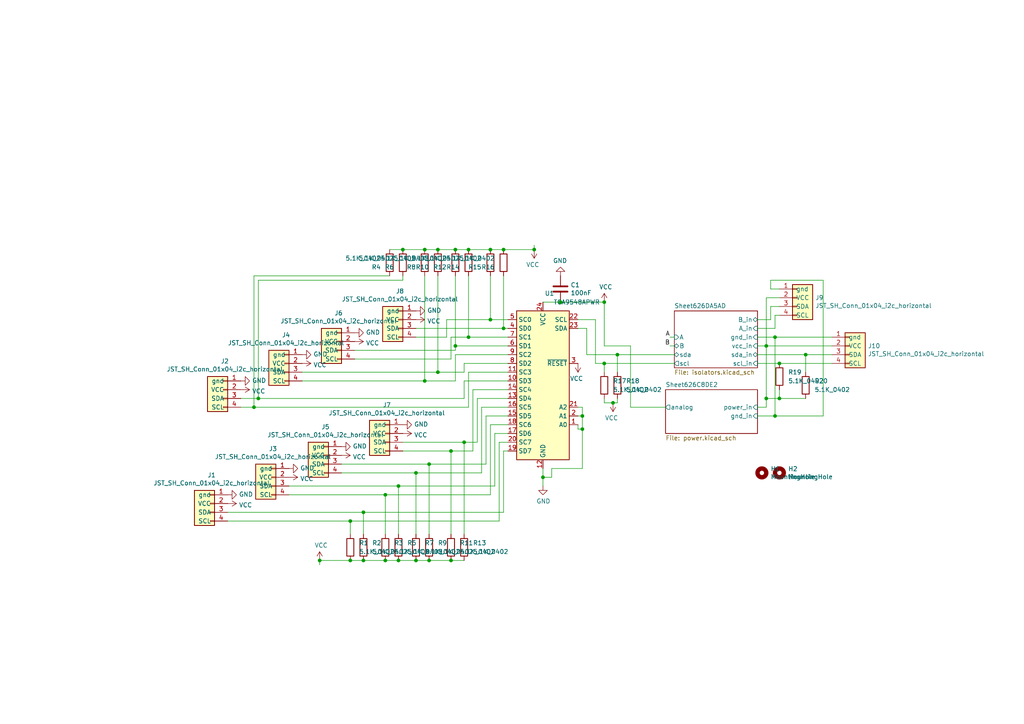
<source format=kicad_sch>
(kicad_sch (version 20211123) (generator eeschema)
  (paper "A4")
  (lib_symbols
    (symbol "0JLC-6:100nF" (pin_numbers hide) (pin_names (offset 0.254))
      (property "Reference" "C" (at 0.635 2.54 0))
      (property "Value" "100nF" (at 0.635 -2.54 0))
      (symbol "100nF_0_1"
        (polyline (pts (xy -2.032 -0.762) (xy 2.032 -0.762)) (stroke (width 0.508)))
        (polyline (pts (xy -2.032 0.762) (xy 2.032 0.762)) (stroke (width 0.508)))
      )
      (symbol "100nF_1_1"
        (pin passive line (at 0 3.81 270) (length 2.794) (name "~") (number "1"))
        (pin passive line (at 0 -3.81 90) (length 2.794) (name "~") (number "2"))
      )
    )
    (symbol "0JLC-6:5.1K_0402" (pin_numbers hide) (pin_names (offset 0))
      (property "Reference" "R" (at 2.032 0 90))
      (property "Value" "5.1K_0402" (at 0 0 90))
      (symbol "5.1K_0402_0_1"
        (rectangle (start -1.016 -2.54) (end 1.016 2.54) (stroke (width 0.254)))
      )
      (symbol "5.1K_0402_1_1"
        (pin passive line (at 0 3.81 270) (length 1.27) (name "~") (number "1"))
        (pin passive line (at 0 -3.81 90) (length 1.27) (name "~") (number "2"))
      )
    )
    (symbol "0JLC-6:JST_SH_Conn_01x04_i2c_horizontal" (pin_names (offset 1.016))
      (property "Reference" "J" (at 0 5.08 0))
      (property "Value" "JST_SH_Conn_01x04_i2c_horizontal" (at 0 -7.62 0))
      (symbol "JST_SH_Conn_01x04_i2c_horizontal_1_1"
        (rectangle (start -1.27 -4.953) (end 0 -5.207) (stroke (width 0.1524)))
        (rectangle (start -1.27 -2.413) (end 0 -2.667) (stroke (width 0.1524)))
        (rectangle (start -1.27 0.127) (end 0 -0.127) (stroke (width 0.1524)))
        (rectangle (start -1.27 2.667) (end 0 2.413) (stroke (width 0.1524)))
        (rectangle (start -1.27 3.81) (end 4.572 -6.35) (stroke (width 0.254)) (fill (type background)))
        (pin passive line (at -5.08 2.54 0) (length 3.81) (name "gnd") (number "1"))
        (pin passive line (at -5.08 0 0) (length 3.81) (name "VCC") (number "2"))
        (pin passive line (at -5.08 -2.54 0) (length 3.81) (name "SDA") (number "3"))
        (pin passive line (at -5.08 -5.08 0) (length 3.81) (name "SCL") (number "4"))
      )
    )
    (symbol "Interface_Expansion:TCA9548APWR"
      (property "Reference" "U" (at -7.62 21.59 0))
      (property "Value" "TCA9548APWR" (at 1.016 21.59 0))
      (symbol "TCA9548APWR_0_1"
        (rectangle (start -7.62 20.32) (end 7.62 -22.86) (stroke (width 0.254)) (fill (type background)))
      )
      (symbol "TCA9548APWR_1_1"
        (pin input line (at -10.16 -12.7 0) (length 2.54) (name "A0") (number "1"))
        (pin bidirectional line (at 10.16 0 180) (length 2.54) (name "SD3") (number "10"))
        (pin output line (at 10.16 2.54 180) (length 2.54) (name "SC3") (number "11"))
        (pin power_in line (at 0 -25.4 90) (length 2.54) (name "GND") (number "12"))
        (pin bidirectional line (at 10.16 -5.08 180) (length 2.54) (name "SD4") (number "13"))
        (pin output line (at 10.16 -2.54 180) (length 2.54) (name "SC4") (number "14"))
        (pin bidirectional line (at 10.16 -10.16 180) (length 2.54) (name "SD5") (number "15"))
        (pin output line (at 10.16 -7.62 180) (length 2.54) (name "SC5") (number "16"))
        (pin bidirectional line (at 10.16 -15.24 180) (length 2.54) (name "SD6") (number "17"))
        (pin output line (at 10.16 -12.7 180) (length 2.54) (name "SC6") (number "18"))
        (pin bidirectional line (at 10.16 -20.32 180) (length 2.54) (name "SD7") (number "19"))
        (pin input line (at -10.16 -10.16 0) (length 2.54) (name "A1") (number "2"))
        (pin output line (at 10.16 -17.78 180) (length 2.54) (name "SC7") (number "20"))
        (pin input line (at -10.16 -7.62 0) (length 2.54) (name "A2") (number "21"))
        (pin input line (at -10.16 17.78 0) (length 2.54) (name "SCL") (number "22"))
        (pin bidirectional line (at -10.16 15.24 0) (length 2.54) (name "SDA") (number "23"))
        (pin power_in line (at 0 22.86 270) (length 2.54) (name "VCC") (number "24"))
        (pin input line (at -10.16 5.08 0) (length 2.54) (name "~{RESET}") (number "3"))
        (pin bidirectional line (at 10.16 15.24 180) (length 2.54) (name "SD0") (number "4"))
        (pin output line (at 10.16 17.78 180) (length 2.54) (name "SC0") (number "5"))
        (pin bidirectional line (at 10.16 10.16 180) (length 2.54) (name "SD1") (number "6"))
        (pin output line (at 10.16 12.7 180) (length 2.54) (name "SC1") (number "7"))
        (pin bidirectional line (at 10.16 5.08 180) (length 2.54) (name "SD2") (number "8"))
        (pin output line (at 10.16 7.62 180) (length 2.54) (name "SC2") (number "9"))
      )
    )
    (symbol "Mechanical:MountingHole" (pin_names (offset 1.016))
      (property "Reference" "H" (at 0 5.08 0))
      (property "Value" "MountingHole" (at 0 3.175 0))
      (symbol "MountingHole_0_1"
        (circle (center 0 0) (radius 1.27) (stroke (width 1.27)))
      )
    )
    (symbol "power:GND" (power) (pin_names (offset 0))
      (property "Value" "GND" (at 0 -3.81 0))
      (symbol "GND_0_1"
        (polyline (pts (xy 0 0) (xy 0 -1.27) (xy 1.27 -1.27) (xy 0 -2.54) (xy -1.27 -1.27) (xy 0 -1.27)))
      )
      (symbol "GND_1_1"
        (pin power_in line (at 0 0 270) (length 0) hide (name "GND") (number "1"))
      )
    )
    (symbol "power:VCC" (power) (pin_names (offset 0))
      (property "Value" "VCC" (at 0 3.81 0))
      (symbol "VCC_0_1"
        (polyline (pts (xy -0.762 1.27) (xy 0 2.54)))
        (polyline (pts (xy 0 0) (xy 0 2.54)))
        (polyline (pts (xy 0 2.54) (xy 0.762 1.27)))
      )
      (symbol "VCC_1_1"
        (pin power_in line (at 0 0 90) (length 0) hide (name "VCC") (number "1"))
      )
    )
  )
  (junction (at 74.93 115.57))
  (junction (at 115.57 140.97))
  (junction (at 116.84 72.39))
  (junction (at 120.65 162.56))
  (junction (at 111.76 143.51))
  (junction (at 135.89 97.79))
  (junction (at 226.06 105.41))
  (junction (at 154.94 72.39))
  (junction (at 132.08 100.33))
  (junction (at 130.81 162.56))
  (junction (at 132.08 72.39))
  (junction (at 233.68 102.87))
  (junction (at 175.26 87.63))
  (junction (at 105.41 148.59))
  (junction (at 222.25 115.57))
  (junction (at 124.46 162.56))
  (junction (at 222.25 100.33))
  (junction (at 146.05 95.25))
  (junction (at 142.24 92.71))
  (junction (at 177.8 116.84))
  (junction (at 124.46 134.62))
  (junction (at 175.26 105.41))
  (junction (at 168.91 124.46))
  (junction (at 142.24 72.39))
  (junction (at 115.57 162.56))
  (junction (at 162.56 87.63))
  (junction (at 226.06 115.57))
  (junction (at 73.66 118.11))
  (junction (at 111.76 162.56))
  (junction (at 135.89 72.39))
  (junction (at 101.6 151.13))
  (junction (at 168.91 120.65))
  (junction (at 123.19 72.39))
  (junction (at 179.07 102.87))
  (junction (at 92.71 162.56))
  (junction (at 123.19 110.49))
  (junction (at 120.65 137.16))
  (junction (at 134.62 128.27))
  (junction (at 105.41 162.56))
  (junction (at 130.81 130.81))
  (junction (at 101.6 162.56))
  (junction (at 127 72.39))
  (junction (at 224.79 97.79))
  (junction (at 224.79 120.65))
  (junction (at 127 107.95))
  (junction (at 157.48 138.43))
  (junction (at 146.05 72.39))
  (wire (pts (xy 135.89 107.95) (xy 135.89 118.11)))
  (wire (pts (xy 132.08 72.39) (xy 127 72.39)))
  (wire (pts (xy 179.07 115.57) (xy 179.07 116.84)))
  (wire (pts (xy 222.25 115.57) (xy 226.06 115.57)))
  (wire (pts (xy 92.71 162.56) (xy 92.71 163.83)))
  (wire (pts (xy 175.26 87.63) (xy 175.26 100.33)))
  (wire (pts (xy 222.25 100.33) (xy 241.3 100.33)))
  (wire (pts (xy 102.87 101.6) (xy 132.08 101.6)))
  (wire (pts (xy 238.76 81.28) (xy 238.76 120.65)))
  (wire (pts (xy 146.05 95.25) (xy 147.32 95.25)))
  (wire (pts (xy 182.88 100.33) (xy 182.88 118.11)))
  (wire (pts (xy 157.48 138.43) (xy 157.48 140.97)))
  (wire (pts (xy 115.57 162.56) (xy 120.65 162.56)))
  (wire (pts (xy 146.05 130.81) (xy 147.32 130.81)))
  (wire (pts (xy 132.08 101.6) (xy 132.08 100.33)))
  (wire (pts (xy 195.58 97.79) (xy 194.31 97.79)))
  (wire (pts (xy 175.26 115.57) (xy 175.26 116.84)))
  (wire (pts (xy 175.26 105.41) (xy 195.58 105.41)))
  (wire (pts (xy 222.25 100.33) (xy 219.71 100.33)))
  (wire (pts (xy 105.41 162.56) (xy 111.76 162.56)))
  (wire (pts (xy 146.05 80.01) (xy 146.05 95.25)))
  (wire (pts (xy 226.06 83.82) (xy 223.52 83.82)))
  (wire (pts (xy 116.84 81.28) (xy 74.93 81.28)))
  (wire (pts (xy 124.46 134.62) (xy 140.97 134.62)))
  (wire (pts (xy 222.25 100.33) (xy 222.25 115.57)))
  (wire (pts (xy 223.52 83.82) (xy 223.52 81.28)))
  (wire (pts (xy 66.04 151.13) (xy 101.6 151.13)))
  (wire (pts (xy 170.18 95.25) (xy 170.18 102.87)))
  (wire (pts (xy 99.06 134.62) (xy 124.46 134.62)))
  (wire (pts (xy 83.82 140.97) (xy 115.57 140.97)))
  (wire (pts (xy 170.18 102.87) (xy 179.07 102.87)))
  (wire (pts (xy 134.62 105.41) (xy 147.32 105.41)))
  (wire (pts (xy 134.62 110.49) (xy 147.32 110.49)))
  (wire (pts (xy 224.79 97.79) (xy 241.3 97.79)))
  (wire (pts (xy 135.89 107.95) (xy 147.32 107.95)))
  (wire (pts (xy 130.81 97.79) (xy 135.89 97.79)))
  (wire (pts (xy 226.06 105.41) (xy 219.71 105.41)))
  (wire (pts (xy 120.65 137.16) (xy 120.65 154.94)))
  (wire (pts (xy 142.24 123.19) (xy 142.24 143.51)))
  (wire (pts (xy 87.63 107.95) (xy 127 107.95)))
  (wire (pts (xy 154.94 72.39) (xy 154.94 71.12)))
  (wire (pts (xy 167.64 124.46) (xy 167.64 123.19)))
  (wire (pts (xy 223.52 81.28) (xy 238.76 81.28)))
  (wire (pts (xy 143.51 125.73) (xy 147.32 125.73)))
  (wire (pts (xy 223.52 88.9) (xy 223.52 92.71)))
  (wire (pts (xy 167.64 120.65) (xy 168.91 120.65)))
  (wire (pts (xy 179.07 102.87) (xy 195.58 102.87)))
  (wire (pts (xy 224.79 120.65) (xy 224.79 97.79)))
  (wire (pts (xy 124.46 134.62) (xy 124.46 154.94)))
  (wire (pts (xy 135.89 80.01) (xy 135.89 97.79)))
  (wire (pts (xy 222.25 86.36) (xy 222.25 100.33)))
  (wire (pts (xy 172.72 92.71) (xy 172.72 105.41)))
  (wire (pts (xy 177.8 116.84) (xy 175.26 116.84)))
  (wire (pts (xy 115.57 140.97) (xy 143.51 140.97)))
  (wire (pts (xy 143.51 140.97) (xy 143.51 125.73)))
  (wire (pts (xy 160.02 135.89) (xy 168.91 135.89)))
  (wire (pts (xy 69.85 118.11) (xy 73.66 118.11)))
  (wire (pts (xy 142.24 72.39) (xy 135.89 72.39)))
  (wire (pts (xy 226.06 86.36) (xy 222.25 86.36)))
  (wire (pts (xy 168.91 135.89) (xy 168.91 124.46)))
  (wire (pts (xy 130.81 97.79) (xy 130.81 104.14)))
  (wire (pts (xy 116.84 130.81) (xy 130.81 130.81)))
  (wire (pts (xy 233.68 102.87) (xy 233.68 107.95)))
  (wire (pts (xy 129.54 97.79) (xy 129.54 92.71)))
  (wire (pts (xy 123.19 72.39) (xy 116.84 72.39)))
  (wire (pts (xy 233.68 102.87) (xy 241.3 102.87)))
  (wire (pts (xy 168.91 120.65) (xy 168.91 124.46)))
  (wire (pts (xy 127 72.39) (xy 123.19 72.39)))
  (wire (pts (xy 73.66 118.11) (xy 135.89 118.11)))
  (wire (pts (xy 127 80.01) (xy 127 107.95)))
  (wire (pts (xy 132.08 102.87) (xy 147.32 102.87)))
  (wire (pts (xy 195.58 100.33) (xy 194.31 100.33)))
  (wire (pts (xy 226.06 113.03) (xy 226.06 115.57)))
  (wire (pts (xy 226.06 115.57) (xy 233.68 115.57)))
  (wire (pts (xy 101.6 151.13) (xy 144.78 151.13)))
  (wire (pts (xy 74.93 81.28) (xy 74.93 115.57)))
  (wire (pts (xy 144.78 128.27) (xy 144.78 151.13)))
  (wire (pts (xy 120.65 162.56) (xy 124.46 162.56)))
  (wire (pts (xy 219.71 102.87) (xy 233.68 102.87)))
  (wire (pts (xy 116.84 128.27) (xy 134.62 128.27)))
  (wire (pts (xy 142.24 92.71) (xy 147.32 92.71)))
  (wire (pts (xy 124.46 162.56) (xy 130.81 162.56)))
  (wire (pts (xy 132.08 102.87) (xy 132.08 110.49)))
  (wire (pts (xy 120.65 95.25) (xy 146.05 95.25)))
  (wire (pts (xy 160.02 138.43) (xy 157.48 138.43)))
  (wire (pts (xy 130.81 130.81) (xy 137.16 130.81)))
  (wire (pts (xy 167.64 118.11) (xy 168.91 118.11)))
  (wire (pts (xy 167.64 92.71) (xy 172.72 92.71)))
  (wire (pts (xy 105.41 148.59) (xy 105.41 154.94)))
  (wire (pts (xy 160.02 135.89) (xy 160.02 138.43)))
  (wire (pts (xy 115.57 140.97) (xy 115.57 154.94)))
  (wire (pts (xy 140.97 120.65) (xy 147.32 120.65)))
  (wire (pts (xy 179.07 116.84) (xy 177.8 116.84)))
  (wire (pts (xy 238.76 120.65) (xy 224.79 120.65)))
  (wire (pts (xy 139.7 118.11) (xy 147.32 118.11)))
  (wire (pts (xy 134.62 128.27) (xy 138.43 128.27)))
  (wire (pts (xy 105.41 148.59) (xy 146.05 148.59)))
  (wire (pts (xy 132.08 100.33) (xy 147.32 100.33)))
  (wire (pts (xy 113.03 80.01) (xy 73.66 80.01)))
  (wire (pts (xy 157.48 135.89) (xy 157.48 138.43)))
  (wire (pts (xy 123.19 80.01) (xy 123.19 110.49)))
  (wire (pts (xy 138.43 115.57) (xy 147.32 115.57)))
  (wire (pts (xy 146.05 148.59) (xy 146.05 130.81)))
  (wire (pts (xy 179.07 102.87) (xy 179.07 107.95)))
  (wire (pts (xy 101.6 151.13) (xy 101.6 154.94)))
  (wire (pts (xy 175.26 100.33) (xy 182.88 100.33)))
  (wire (pts (xy 140.97 134.62) (xy 140.97 120.65)))
  (wire (pts (xy 73.66 80.01) (xy 73.66 118.11)))
  (wire (pts (xy 182.88 118.11) (xy 193.04 118.11)))
  (wire (pts (xy 219.71 95.25) (xy 224.79 95.25)))
  (wire (pts (xy 162.56 87.63) (xy 175.26 87.63)))
  (wire (pts (xy 226.06 105.41) (xy 241.3 105.41)))
  (wire (pts (xy 111.76 162.56) (xy 115.57 162.56)))
  (wire (pts (xy 137.16 113.03) (xy 147.32 113.03)))
  (wire (pts (xy 134.62 115.57) (xy 134.62 110.49)))
  (wire (pts (xy 147.32 128.27) (xy 144.78 128.27)))
  (wire (pts (xy 92.71 162.56) (xy 101.6 162.56)))
  (wire (pts (xy 219.71 97.79) (xy 224.79 97.79)))
  (wire (pts (xy 129.54 92.71) (xy 142.24 92.71)))
  (wire (pts (xy 74.93 115.57) (xy 134.62 115.57)))
  (wire (pts (xy 66.04 148.59) (xy 105.41 148.59)))
  (wire (pts (xy 101.6 162.56) (xy 105.41 162.56)))
  (wire (pts (xy 120.65 97.79) (xy 129.54 97.79)))
  (wire (pts (xy 157.48 87.63) (xy 162.56 87.63)))
  (wire (pts (xy 69.85 115.57) (xy 74.93 115.57)))
  (wire (pts (xy 175.26 105.41) (xy 175.26 107.95)))
  (wire (pts (xy 137.16 113.03) (xy 137.16 130.81)))
  (wire (pts (xy 132.08 80.01) (xy 132.08 100.33)))
  (wire (pts (xy 222.25 118.11) (xy 219.71 118.11)))
  (wire (pts (xy 138.43 128.27) (xy 138.43 115.57)))
  (wire (pts (xy 222.25 115.57) (xy 222.25 118.11)))
  (wire (pts (xy 120.65 137.16) (xy 139.7 137.16)))
  (wire (pts (xy 130.81 130.81) (xy 130.81 154.94)))
  (wire (pts (xy 146.05 72.39) (xy 142.24 72.39)))
  (wire (pts (xy 116.84 80.01) (xy 116.84 81.28)))
  (wire (pts (xy 226.06 91.44) (xy 224.79 91.44)))
  (wire (pts (xy 135.89 72.39) (xy 132.08 72.39)))
  (wire (pts (xy 130.81 162.56) (xy 134.62 162.56)))
  (wire (pts (xy 134.62 105.41) (xy 134.62 107.95)))
  (wire (pts (xy 224.79 91.44) (xy 224.79 95.25)))
  (wire (pts (xy 167.64 95.25) (xy 170.18 95.25)))
  (wire (pts (xy 135.89 97.79) (xy 147.32 97.79)))
  (wire (pts (xy 130.81 104.14) (xy 102.87 104.14)))
  (wire (pts (xy 168.91 124.46) (xy 167.64 124.46)))
  (wire (pts (xy 99.06 137.16) (xy 120.65 137.16)))
  (wire (pts (xy 154.94 72.39) (xy 146.05 72.39)))
  (wire (pts (xy 142.24 80.01) (xy 142.24 92.71)))
  (wire (pts (xy 223.52 92.71) (xy 219.71 92.71)))
  (wire (pts (xy 111.76 143.51) (xy 111.76 154.94)))
  (wire (pts (xy 219.71 120.65) (xy 224.79 120.65)))
  (wire (pts (xy 142.24 123.19) (xy 147.32 123.19)))
  (wire (pts (xy 226.06 88.9) (xy 223.52 88.9)))
  (wire (pts (xy 172.72 105.41) (xy 175.26 105.41)))
  (wire (pts (xy 127 107.95) (xy 134.62 107.95)))
  (wire (pts (xy 134.62 128.27) (xy 134.62 154.94)))
  (wire (pts (xy 116.84 72.39) (xy 113.03 72.39)))
  (wire (pts (xy 139.7 118.11) (xy 139.7 137.16)))
  (wire (pts (xy 87.63 110.49) (xy 123.19 110.49)))
  (wire (pts (xy 168.91 118.11) (xy 168.91 120.65)))
  (wire (pts (xy 111.76 143.51) (xy 142.24 143.51)))
  (wire (pts (xy 123.19 110.49) (xy 132.08 110.49)))
  (wire (pts (xy 83.82 143.51) (xy 111.76 143.51)))
  (label "B" (at 194.31 100.33 180))
  (label "A" (at 194.31 97.79 180))
  (symbol (lib_id "0JLC-6:100nF") (at 162.56 83.82 0) (unit 1)
    (property "Reference" "C1" (at 165.481 82.6516 0) (effects (justify left)))
    (property "Value" "100nF" (at 165.481 84.963 0) (effects (justify left)))
    (property "Footprint" "Capacitor_SMD:C_0603_1608Metric_Pad1.05x0.95mm_HandSolder" (effects hide))
    (property "LCSC" "C14663" (effects hide))
    (property "MPN" "CC0603KRX7R9BB104" (effects hide))
  )
  (symbol (lib_id "power:VCC") (at 175.26 87.63 0) (unit 1)
    (property "Reference" "#PWR022" (effects hide))
    (property "Value" "VCC" (at 175.6918 83.2358 0))
  )
  (symbol (lib_id "power:GND") (at 162.56 80.01 180) (unit 1)
    (property "Reference" "#PWR020" (effects hide))
    (property "Value" "GND" (at 162.433 75.6158 0))
  )
  (symbol (lib_id "power:GND") (at 157.48 140.97 0) (unit 1)
    (property "Reference" "#PWR019" (effects hide))
    (property "Value" "GND" (at 157.607 145.3642 0))
  )
  (symbol (lib_id "0JLC-6:JST_SH_Conn_01x04_i2c_horizontal") (at 246.38 100.33 0) (unit 1)
    (property "Reference" "J10" (at 251.714 100.33 0) (effects (justify left)))
    (property "Value" "JST_SH_Conn_01x04_i2c_horizontal" (at 251.714 102.6414 0) (effects (justify left)))
    (property "Footprint" "Connector_JST:JST_SH_SM04B-SRSS-TB_1x04-1MP_P1.00mm_Horizontal" (effects hide))
    (property "LCSC" "C371571" (effects hide))
    (property "MPN" "A1001WR-S" (effects hide))
  )
  (symbol (lib_id "0JLC-6:JST_SH_Conn_01x04_i2c_horizontal") (at 115.57 92.71 0) (mirror y) (unit 1)
    (property "Reference" "J8" (at 116.0018 84.455 0))
    (property "Value" "JST_SH_Conn_01x04_i2c_horizontal" (at 116.0018 86.7664 0))
    (property "Footprint" "Connector_JST:JST_SH_SM04B-SRSS-TB_1x04-1MP_P1.00mm_Horizontal" (effects hide))
    (property "LCSC" "C371571" (effects hide))
    (property "MPN" "A1001WR-S" (effects hide))
  )
  (symbol (lib_id "0JLC-6:JST_SH_Conn_01x04_i2c_horizontal") (at 97.79 99.06 0) (mirror y) (unit 1)
    (property "Reference" "J6" (at 98.2218 90.805 0))
    (property "Value" "JST_SH_Conn_01x04_i2c_horizontal" (at 98.2218 93.1164 0))
    (property "Footprint" "Connector_JST:JST_SH_SM04B-SRSS-TB_1x04-1MP_P1.00mm_Horizontal" (effects hide))
    (property "LCSC" "C371571" (effects hide))
    (property "MPN" "A1001WR-S" (effects hide))
  )
  (symbol (lib_id "0JLC-6:JST_SH_Conn_01x04_i2c_horizontal") (at 82.55 105.41 0) (mirror y) (unit 1)
    (property "Reference" "J4" (at 82.9818 97.155 0))
    (property "Value" "JST_SH_Conn_01x04_i2c_horizontal" (at 82.9818 99.4664 0))
    (property "Footprint" "Connector_JST:JST_SH_SM04B-SRSS-TB_1x04-1MP_P1.00mm_Horizontal" (effects hide))
    (property "LCSC" "C371571" (effects hide))
    (property "MPN" "A1001WR-S" (effects hide))
  )
  (symbol (lib_id "0JLC-6:JST_SH_Conn_01x04_i2c_horizontal") (at 64.77 113.03 0) (mirror y) (unit 1)
    (property "Reference" "J2" (at 65.2018 104.775 0))
    (property "Value" "JST_SH_Conn_01x04_i2c_horizontal" (at 65.2018 107.0864 0))
    (property "Footprint" "Connector_JST:JST_SH_SM04B-SRSS-TB_1x04-1MP_P1.00mm_Horizontal" (effects hide))
    (property "LCSC" "C371571" (effects hide))
    (property "MPN" "A1001WR-S" (effects hide))
  )
  (symbol (lib_id "power:GND") (at 120.65 90.17 90) (unit 1)
    (property "Reference" "#PWR016" (effects hide))
    (property "Value" "GND" (at 123.9012 90.043 90) (effects (justify right)))
  )
  (symbol (lib_id "power:GND") (at 102.87 96.52 90) (unit 1)
    (property "Reference" "#PWR012" (effects hide))
    (property "Value" "GND" (at 106.1212 96.393 90) (effects (justify right)))
  )
  (symbol (lib_id "power:GND") (at 87.63 102.87 90) (unit 1)
    (property "Reference" "#PWR07" (effects hide))
    (property "Value" "GND" (at 90.8812 102.743 90) (effects (justify right)))
  )
  (symbol (lib_id "power:GND") (at 69.85 110.49 90) (unit 1)
    (property "Reference" "#PWR03" (effects hide))
    (property "Value" "GND" (at 73.1012 110.363 90) (effects (justify right)))
  )
  (symbol (lib_id "power:VCC") (at 120.65 92.71 270) (unit 1)
    (property "Reference" "#PWR017" (effects hide))
    (property "Value" "VCC" (at 123.9012 93.1418 90) (effects (justify left)))
  )
  (symbol (lib_id "power:VCC") (at 102.87 99.06 270) (unit 1)
    (property "Reference" "#PWR013" (effects hide))
    (property "Value" "VCC" (at 106.1212 99.4918 90) (effects (justify left)))
  )
  (symbol (lib_id "power:VCC") (at 87.63 105.41 270) (unit 1)
    (property "Reference" "#PWR08" (effects hide))
    (property "Value" "VCC" (at 90.8812 105.8418 90) (effects (justify left)))
  )
  (symbol (lib_id "power:VCC") (at 69.85 113.03 270) (unit 1)
    (property "Reference" "#PWR04" (effects hide))
    (property "Value" "VCC" (at 73.1012 113.4618 90) (effects (justify left)))
  )
  (symbol (lib_id "0JLC-6:JST_SH_Conn_01x04_i2c_horizontal") (at 231.14 86.36 0) (unit 1)
    (property "Reference" "J9" (at 236.474 86.36 0) (effects (justify left)))
    (property "Value" "JST_SH_Conn_01x04_i2c_horizontal" (at 236.474 88.6714 0) (effects (justify left)))
    (property "Footprint" "Connector_JST:JST_SH_SM04B-SRSS-TB_1x04-1MP_P1.00mm_Horizontal" (effects hide))
    (property "LCSC" "C371571" (effects hide))
    (property "MPN" "A1001WR-S" (effects hide))
  )
  (symbol (lib_id "Mechanical:MountingHole") (at 226.06 137.16 0) (unit 1)
    (property "Reference" "H2" (at 228.6 135.9916 0) (effects (justify left)))
    (property "Value" "MountingHole" (at 228.6 138.303 0) (effects (justify left)))
    (property "Footprint" "MountingHole:MountingHole_2.7mm_M2.5_Pad" (effects hide))
  )
  (symbol (lib_id "Mechanical:MountingHole") (at 220.98 137.16 0) (unit 1)
    (property "Reference" "H1" (at 223.52 135.9916 0) (effects (justify left)))
    (property "Value" "MountingHole" (at 223.52 138.303 0) (effects (justify left)))
    (property "Footprint" "MountingHole:MountingHole_2.7mm_M2.5_Pad" (effects hide))
  )
  (symbol (lib_id "0JLC-6:5.1K_0402") (at 134.62 158.75 0) (unit 1)
    (property "Reference" "R13" (at 137.16 157.4799 0) (effects (justify left)))
    (property "Value" "5.1K_0402" (at 137.16 160.0199 0) (effects (justify left)))
    (property "Footprint" "Resistor_SMD:R_0402_1005Metric" (effects hide))
    (property "LCSC" "C25905" (effects hide))
    (property "MPN" "0402WGF5101TCE" (effects hide))
  )
  (symbol (lib_id "0JLC-6:5.1K_0402") (at 105.41 158.75 0) (unit 1)
    (property "Reference" "R2" (at 107.95 157.4799 0) (effects (justify left)))
    (property "Value" "5.1K_0402" (at 107.95 160.0199 0) (effects (justify left)))
    (property "Footprint" "Resistor_SMD:R_0402_1005Metric" (effects hide))
    (property "LCSC" "C25905" (effects hide))
    (property "MPN" "0402WGF5101TCE" (effects hide))
  )
  (symbol (lib_id "power:VCC") (at 83.82 138.43 270) (unit 1)
    (property "Reference" "#PWR06" (effects hide))
    (property "Value" "VCC" (at 87.0712 138.8618 90) (effects (justify left)))
  )
  (symbol (lib_id "power:GND") (at 83.82 135.89 90) (unit 1)
    (property "Reference" "#PWR05" (effects hide))
    (property "Value" "GND" (at 87.0712 135.763 90) (effects (justify right)))
  )
  (symbol (lib_id "power:VCC") (at 92.71 162.56 0) (unit 1)
    (property "Reference" "#PWR09" (effects hide))
    (property "Value" "VCC" (at 93.1418 158.1658 0))
  )
  (symbol (lib_id "0JLC-6:5.1K_0402") (at 226.06 109.22 0) (unit 1)
    (property "Reference" "R19" (at 228.6 107.9499 0) (effects (justify left)))
    (property "Value" "5.1K_0402" (at 228.6 110.4899 0) (effects (justify left)))
    (property "Footprint" "Resistor_SMD:R_0402_1005Metric" (effects hide))
    (property "LCSC" "C25905" (effects hide))
    (property "MPN" "0402WGF5101TCE" (effects hide))
  )
  (symbol (lib_id "0JLC-6:5.1K_0402") (at 132.08 76.2 180) (unit 1)
    (property "Reference" "R12" (at 129.54 77.4701 0) (effects (justify left)))
    (property "Value" "5.1K_0402" (at 129.54 74.9301 0) (effects (justify left)))
    (property "Footprint" "Resistor_SMD:R_0402_1005Metric" (effects hide))
    (property "LCSC" "C25905" (effects hide))
    (property "MPN" "0402WGF5101TCE" (effects hide))
  )
  (symbol (lib_id "power:GND") (at 66.04 143.51 90) (unit 1)
    (property "Reference" "#PWR01" (effects hide))
    (property "Value" "GND" (at 69.2912 143.383 90) (effects (justify right)))
  )
  (symbol (lib_id "0JLC-6:5.1K_0402") (at 111.76 158.75 0) (unit 1)
    (property "Reference" "R3" (at 114.3 157.4799 0) (effects (justify left)))
    (property "Value" "5.1K_0402" (at 114.3 160.0199 0) (effects (justify left)))
    (property "Footprint" "Resistor_SMD:R_0402_1005Metric" (effects hide))
    (property "LCSC" "C25905" (effects hide))
    (property "MPN" "0402WGF5101TCE" (effects hide))
  )
  (symbol (lib_id "0JLC-6:5.1K_0402") (at 233.68 111.76 0) (unit 1)
    (property "Reference" "R20" (at 236.22 110.4899 0) (effects (justify left)))
    (property "Value" "5.1K_0402" (at 236.22 113.0299 0) (effects (justify left)))
    (property "Footprint" "Resistor_SMD:R_0402_1005Metric" (effects hide))
    (property "LCSC" "C25905" (effects hide))
    (property "MPN" "0402WGF5101TCE" (effects hide))
  )
  (symbol (lib_id "0JLC-6:5.1K_0402") (at 124.46 158.75 0) (unit 1)
    (property "Reference" "R9" (at 127 157.4799 0) (effects (justify left)))
    (property "Value" "5.1K_0402" (at 127 160.0199 0) (effects (justify left)))
    (property "Footprint" "Resistor_SMD:R_0402_1005Metric" (effects hide))
    (property "LCSC" "C25905" (effects hide))
    (property "MPN" "0402WGF5101TCE" (effects hide))
  )
  (symbol (lib_id "0JLC-6:JST_SH_Conn_01x04_i2c_horizontal") (at 93.98 132.08 0) (mirror y) (unit 1)
    (property "Reference" "J5" (at 94.4118 123.825 0))
    (property "Value" "JST_SH_Conn_01x04_i2c_horizontal" (at 94.4118 126.1364 0))
    (property "Footprint" "Connector_JST:JST_SH_SM04B-SRSS-TB_1x04-1MP_P1.00mm_Horizontal" (effects hide))
    (property "LCSC" "C371571" (effects hide))
    (property "MPN" "A1001WR-S" (effects hide))
  )
  (symbol (lib_id "0JLC-6:JST_SH_Conn_01x04_i2c_horizontal") (at 78.74 138.43 0) (mirror y) (unit 1)
    (property "Reference" "J3" (at 79.1718 130.175 0))
    (property "Value" "JST_SH_Conn_01x04_i2c_horizontal" (at 79.1718 132.4864 0))
    (property "Footprint" "Connector_JST:JST_SH_SM04B-SRSS-TB_1x04-1MP_P1.00mm_Horizontal" (effects hide))
    (property "LCSC" "C371571" (effects hide))
    (property "MPN" "A1001WR-S" (effects hide))
  )
  (symbol (lib_id "power:VCC") (at 177.8 116.84 180) (unit 1)
    (property "Reference" "#PWR023" (effects hide))
    (property "Value" "VCC" (at 177.3682 121.2342 0))
  )
  (symbol (lib_id "0JLC-6:5.1K_0402") (at 113.03 76.2 180) (unit 1)
    (property "Reference" "R4" (at 110.49 77.4701 0) (effects (justify left)))
    (property "Value" "5.1K_0402" (at 110.49 74.9301 0) (effects (justify left)))
    (property "Footprint" "Resistor_SMD:R_0402_1005Metric" (effects hide))
    (property "LCSC" "C25905" (effects hide))
    (property "MPN" "0402WGF5101TCE" (effects hide))
  )
  (symbol (lib_id "0JLC-6:5.1K_0402") (at 120.65 158.75 0) (unit 1)
    (property "Reference" "R7" (at 123.19 157.4799 0) (effects (justify left)))
    (property "Value" "5.1K_0402" (at 123.19 160.0199 0) (effects (justify left)))
    (property "Footprint" "Resistor_SMD:R_0402_1005Metric" (effects hide))
    (property "LCSC" "C25905" (effects hide))
    (property "MPN" "0402WGF5101TCE" (effects hide))
  )
  (symbol (lib_id "power:VCC") (at 66.04 146.05 270) (unit 1)
    (property "Reference" "#PWR02" (effects hide))
    (property "Value" "VCC" (at 69.2912 146.4818 90) (effects (justify left)))
  )
  (symbol (lib_id "power:VCC") (at 116.84 125.73 270) (unit 1)
    (property "Reference" "#PWR015" (effects hide))
    (property "Value" "VCC" (at 120.0912 126.1618 90) (effects (justify left)))
  )
  (symbol (lib_id "power:VCC") (at 167.64 105.41 180) (unit 1)
    (property "Reference" "#PWR021" (effects hide))
    (property "Value" "VCC" (at 167.2082 109.8042 0))
  )
  (symbol (lib_id "power:GND") (at 99.06 129.54 90) (unit 1)
    (property "Reference" "#PWR010" (effects hide))
    (property "Value" "GND" (at 102.3112 129.413 90) (effects (justify right)))
  )
  (symbol (lib_id "0JLC-6:5.1K_0402") (at 130.81 158.75 0) (unit 1)
    (property "Reference" "R11" (at 133.35 157.4799 0) (effects (justify left)))
    (property "Value" "5.1K_0402" (at 133.35 160.0199 0) (effects (justify left)))
    (property "Footprint" "Resistor_SMD:R_0402_1005Metric" (effects hide))
    (property "LCSC" "C25905" (effects hide))
    (property "MPN" "0402WGF5101TCE" (effects hide))
  )
  (symbol (lib_id "0JLC-6:JST_SH_Conn_01x04_i2c_horizontal") (at 60.96 146.05 0) (mirror y) (unit 1)
    (property "Reference" "J1" (at 61.3918 137.795 0))
    (property "Value" "JST_SH_Conn_01x04_i2c_horizontal" (at 61.3918 140.1064 0))
    (property "Footprint" "Connector_JST:JST_SH_SM04B-SRSS-TB_1x04-1MP_P1.00mm_Horizontal" (effects hide))
    (property "LCSC" "C371571" (effects hide))
    (property "MPN" "A1001WR-S" (effects hide))
  )
  (symbol (lib_id "power:GND") (at 116.84 123.19 90) (unit 1)
    (property "Reference" "#PWR014" (effects hide))
    (property "Value" "GND" (at 120.0912 123.063 90) (effects (justify right)))
  )
  (symbol (lib_id "0JLC-6:JST_SH_Conn_01x04_i2c_horizontal") (at 111.76 125.73 0) (mirror y) (unit 1)
    (property "Reference" "J7" (at 112.1918 117.475 0))
    (property "Value" "JST_SH_Conn_01x04_i2c_horizontal" (at 112.1918 119.7864 0))
    (property "Footprint" "Connector_JST:JST_SH_SM04B-SRSS-TB_1x04-1MP_P1.00mm_Horizontal" (effects hide))
    (property "LCSC" "C371571" (effects hide))
    (property "MPN" "A1001WR-S" (effects hide))
  )
  (symbol (lib_id "0JLC-6:5.1K_0402") (at 116.84 76.2 180) (unit 1)
    (property "Reference" "R6" (at 114.3 77.4701 0) (effects (justify left)))
    (property "Value" "5.1K_0402" (at 114.3 74.9301 0) (effects (justify left)))
    (property "Footprint" "Resistor_SMD:R_0402_1005Metric" (effects hide))
    (property "LCSC" "C25905" (effects hide))
    (property "MPN" "0402WGF5101TCE" (effects hide))
  )
  (symbol (lib_id "power:VCC") (at 99.06 132.08 270) (unit 1)
    (property "Reference" "#PWR011" (effects hide))
    (property "Value" "VCC" (at 102.3112 132.5118 90) (effects (justify left)))
  )
  (symbol (lib_id "0JLC-6:5.1K_0402") (at 146.05 76.2 180) (unit 1)
    (property "Reference" "R16" (at 143.51 77.4701 0) (effects (justify left)))
    (property "Value" "5.1K_0402" (at 143.51 74.9301 0) (effects (justify left)))
    (property "Footprint" "Resistor_SMD:R_0402_1005Metric" (effects hide))
    (property "LCSC" "C25905" (effects hide))
    (property "MPN" "0402WGF5101TCE" (effects hide))
  )
  (symbol (lib_id "0JLC-6:5.1K_0402") (at 127 76.2 180) (unit 1)
    (property "Reference" "R10" (at 124.46 77.4701 0) (effects (justify left)))
    (property "Value" "5.1K_0402" (at 124.46 74.9301 0) (effects (justify left)))
    (property "Footprint" "Resistor_SMD:R_0402_1005Metric" (effects hide))
    (property "LCSC" "C25905" (effects hide))
    (property "MPN" "0402WGF5101TCE" (effects hide))
  )
  (symbol (lib_id "0JLC-6:5.1K_0402") (at 115.57 158.75 0) (unit 1)
    (property "Reference" "R5" (at 118.11 157.4799 0) (effects (justify left)))
    (property "Value" "5.1K_0402" (at 118.11 160.0199 0) (effects (justify left)))
    (property "Footprint" "Resistor_SMD:R_0402_1005Metric" (effects hide))
    (property "LCSC" "C25905" (effects hide))
    (property "MPN" "0402WGF5101TCE" (effects hide))
  )
  (symbol (lib_id "0JLC-6:5.1K_0402") (at 101.6 158.75 0) (unit 1)
    (property "Reference" "R1" (at 104.14 157.4799 0) (effects (justify left)))
    (property "Value" "5.1K_0402" (at 104.14 160.0199 0) (effects (justify left)))
    (property "Footprint" "Resistor_SMD:R_0402_1005Metric" (effects hide))
    (property "LCSC" "C25905" (effects hide))
    (property "MPN" "0402WGF5101TCE" (effects hide))
  )
  (symbol (lib_id "0JLC-6:5.1K_0402") (at 123.19 76.2 180) (unit 1)
    (property "Reference" "R8" (at 120.65 77.4701 0) (effects (justify left)))
    (property "Value" "5.1K_0402" (at 120.65 74.9301 0) (effects (justify left)))
    (property "Footprint" "Resistor_SMD:R_0402_1005Metric" (effects hide))
    (property "LCSC" "C25905" (effects hide))
    (property "MPN" "0402WGF5101TCE" (effects hide))
  )
  (symbol (lib_id "0JLC-6:5.1K_0402") (at 142.24 76.2 180) (unit 1)
    (property "Reference" "R15" (at 139.7 77.4701 0) (effects (justify left)))
    (property "Value" "5.1K_0402" (at 139.7 74.9301 0) (effects (justify left)))
    (property "Footprint" "Resistor_SMD:R_0402_1005Metric" (effects hide))
    (property "LCSC" "C25905" (effects hide))
    (property "MPN" "0402WGF5101TCE" (effects hide))
  )
  (symbol (lib_id "Interface_Expansion:TCA9548APWR") (at 157.48 110.49 0) (mirror y) (unit 1)
    (property "Reference" "U1" (at 158.0006 85.09 0) (effects (justify right)))
    (property "Value" "TCA9548APWR" (at 160.5406 87.63 0) (effects (justify right)))
    (property "Footprint" "Package_SO:TSSOP-24_4.4x7.8mm_P0.65mm" (effects hide))
    (property "Datasheet" "http://www.ti.com/lit/ds/symlink/tca9548a.pdf" (effects hide))
  )
  (symbol (lib_id "0JLC-6:5.1K_0402") (at 135.89 76.2 180) (unit 1)
    (property "Reference" "R14" (at 133.35 77.4701 0) (effects (justify left)))
    (property "Value" "5.1K_0402" (at 133.35 74.9301 0) (effects (justify left)))
    (property "Footprint" "Resistor_SMD:R_0402_1005Metric" (effects hide))
    (property "LCSC" "C25905" (effects hide))
    (property "MPN" "0402WGF5101TCE" (effects hide))
  )
  (symbol (lib_id "power:VCC") (at 154.94 72.39 180) (unit 1)
    (property "Reference" "#PWR018" (effects hide))
    (property "Value" "VCC" (at 154.5082 76.7842 0))
  )
  (symbol (lib_id "0JLC-6:5.1K_0402") (at 179.07 111.76 0) (unit 1)
    (property "Reference" "R18" (at 181.61 110.4899 0) (effects (justify left)))
    (property "Value" "5.1K_0402" (at 181.61 113.0299 0) (effects (justify left)))
    (property "Footprint" "Resistor_SMD:R_0402_1005Metric" (effects hide))
    (property "LCSC" "C25905" (effects hide))
    (property "MPN" "0402WGF5101TCE" (effects hide))
  )
  (symbol (lib_id "0JLC-6:5.1K_0402") (at 175.26 111.76 0) (unit 1)
    (property "Reference" "R17" (at 177.8 110.4899 0) (effects (justify left)))
    (property "Value" "5.1K_0402" (at 177.8 113.0299 0) (effects (justify left)))
    (property "Footprint" "Resistor_SMD:R_0402_1005Metric" (effects hide))
    (property "LCSC" "C25905" (effects hide))
    (property "MPN" "0402WGF5101TCE" (effects hide))
  )
  (sheet (at 193.04 113.03) (size 26.67 12.7)
    (property "Sheet name" "Sheet626C8DE2" (at 193.04 112.3184 0) (effects (justify left bottom)))
    (property "Sheet file" "power.kicad_sch" (at 193.04 126.3146 0) (effects (justify left top)))
    (pin "analog" output (at 193.04 118.11 180))
    (pin "power_in" input (at 219.71 118.11 0))
    (pin "gnd_in" input (at 219.71 120.65 0))
  )
  (sheet (at 195.58 90.17) (size 24.13 16.51)
    (property "Sheet name" "Sheet626DA5AD" (at 195.58 89.4584 0) (effects (justify left bottom)))
    (property "Sheet file" "isolators.kicad_sch" (at 195.58 107.2646 0) (effects (justify left top)))
    (pin "scl_in" input (at 219.71 105.41 0))
    (pin "sda_in" bidirectional (at 219.71 102.87 0))
    (pin "vcc_in" input (at 219.71 100.33 0))
    (pin "gnd_in" input (at 219.71 97.79 0))
    (pin "scl" output (at 195.58 105.41 180))
    (pin "sda" bidirectional (at 195.58 102.87 180))
    (pin "B" bidirectional (at 195.58 100.33 180))
    (pin "A" input (at 195.58 97.79 180))
    (pin "B_in" bidirectional (at 219.71 92.71 0))
    (pin "A_in" input (at 219.71 95.25 0))
  )
)
</source>
